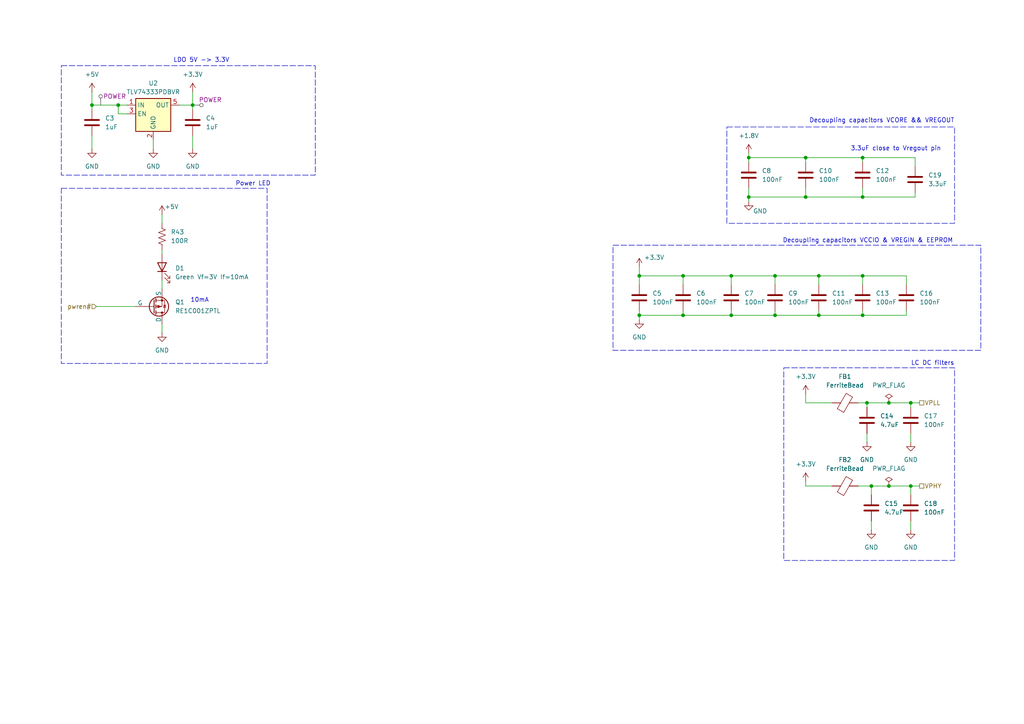
<source format=kicad_sch>
(kicad_sch (version 20250114) (generator "eeschema") (generator_version "9.0")
  (paper "A4")
  (lib_symbols
    (symbol "Device:C" (pin_numbers (hide yes)) (pin_names (offset 0.254))
      (property "Reference" "C" (at 0.635 2.54 0))
      (property "Value" "C" (at 0.635 -2.54 0))
      (symbol "C_0_1"
        (polyline (pts (xy -2.032 0.762) (xy 2.032 0.762)) (stroke (width 0.508)))
        (polyline (pts (xy -2.032 -0.762) (xy 2.032 -0.762)) (stroke (width 0.508)))
      )
      (symbol "C_1_1"
        (pin passive line (at 0 3.81 270) (length 2.794) (name "~") (number "1"))
        (pin passive line (at 0 -3.81 90) (length 2.794) (name "~") (number "2"))
      )
    )
    (symbol "Device:FerriteBead" (pin_numbers (hide yes)) (pin_names (offset 0))
      (property "Reference" "FB" (at -3.81 0.635 90))
      (property "Value" "FerriteBead" (at 3.81 0 90))
      (symbol "FerriteBead_0_1"
        (polyline (pts (xy -2.7686 0.4064) (xy -1.7018 2.2606) (xy 2.7686 -0.3048) (xy 1.6764 -2.159) (xy -2.7686 0.4064)))
        (polyline (pts (xy 0 1.27) (xy 0 1.2954)))
        (polyline (pts (xy 0 -1.27) (xy 0 -1.2192)))
      )
      (symbol "FerriteBead_1_1"
        (pin passive line (at 0 3.81 270) (length 2.54) (name "~") (number "1"))
        (pin passive line (at 0 -3.81 90) (length 2.54) (name "~") (number "2"))
      )
    )
    (symbol "Device:R_US" (pin_numbers (hide yes)) (pin_names (offset 0))
      (property "Reference" "R" (at 2.54 0 90))
      (property "Value" "R_US" (at -2.54 0 90))
      (symbol "R_US_0_1"
        (polyline (pts (xy 0 2.286) (xy 0 2.54)))
        (polyline (pts (xy 0 2.286) (xy 1.016 1.905) (xy 0 1.524) (xy -1.016 1.143) (xy 0 0.762)))
        (polyline (pts (xy 0 0.762) (xy 1.016 0.381) (xy 0 0) (xy -1.016 -0.381) (xy 0 -0.762)))
        (polyline (pts (xy 0 -0.762) (xy 1.016 -1.143) (xy 0 -1.524) (xy -1.016 -1.905) (xy 0 -2.286)))
        (polyline (pts (xy 0 -2.286) (xy 0 -2.54)))
      )
      (symbol "R_US_1_1"
        (pin passive line (at 0 3.81 270) (length 1.27) (name "~") (number "1"))
        (pin passive line (at 0 -3.81 90) (length 1.27) (name "~") (number "2"))
      )
    )
    (symbol "cotti_leds:LED_Green_SMD" (pin_numbers (hide yes)) (pin_names (offset 1.016) (hide yes))
      (property "Reference" "D" (at 0 2.54 0))
      (property "Value" "Green Vf=3V If=10mA" (at 0.508 5.08 0))
      (symbol "LED_Green_SMD_0_1"
        (polyline (pts (xy -3.048 -0.762) (xy -4.572 -2.286) (xy -3.81 -2.286) (xy -4.572 -2.286) (xy -4.572 -1.524)))
        (polyline (pts (xy -1.778 -0.762) (xy -3.302 -2.286) (xy -2.54 -2.286) (xy -3.302 -2.286) (xy -3.302 -1.524)))
        (polyline (pts (xy -1.27 0) (xy 1.27 0)))
        (polyline (pts (xy -1.27 -1.27) (xy -1.27 1.27)) (stroke (width 0.254)))
        (polyline (pts (xy 1.27 -1.27) (xy 1.27 1.27) (xy -1.27 0) (xy 1.27 -1.27)) (stroke (width 0.254)))
      )
      (symbol "LED_Green_SMD_1_1"
        (pin passive line (at -3.81 0 0) (length 2.54) (name "K") (number "1"))
        (pin passive line (at 3.81 0 180) (length 2.54) (name "A") (number "2"))
      )
    )
    (symbol "cotti_power:LDO_3.3Vout_300mA"
      (property "Reference" "U" (at 0 7.874 0))
      (property "Value" "TLV74333PDBVR" (at 0 5.842 0))
      (symbol "LDO_3.3Vout_300mA_0_1"
        (rectangle (start -5.08 4.445) (end 5.08 -5.08) (stroke (width 0.254)) (fill (type background)))
      )
      (symbol "LDO_3.3Vout_300mA_1_1"
        (pin power_in line (at -7.62 2.54 0) (length 2.54) (name "IN") (number "1"))
        (pin input line (at -7.62 0 0) (length 2.54) (name "EN") (number "3"))
        (pin power_in line (at 0 -7.62 90) (length 2.54) (name "GND") (number "2"))
        (pin power_out line (at 7.62 2.54 180) (length 2.54) (name "OUT") (number "5"))
        (pin no_connect line (at 7.62 0 180) (length 2.54) (hide yes) (name "NC") (number "4"))
      )
    )
    (symbol "cotti_transistors:RE1C001ZPTL" (pin_numbers (hide yes)) (pin_names (offset 0))
      (property "Reference" "Q" (at 5.08 -1.27 0))
      (property "Value" "RE1C001ZPTL" (at 5.08 1.27 0))
      (symbol "RE1C001ZPTL_0_1"
        (polyline (pts (xy 0.254 0) (xy -2.54 0)))
        (polyline (pts (xy 0.254 -1.905) (xy 0.254 1.905)) (stroke (width 0.254)))
        (polyline (pts (xy 0.762 1.27) (xy 0.762 2.286)) (stroke (width 0.254)))
        (polyline (pts (xy 0.762 -0.508) (xy 0.762 0.508)) (stroke (width 0.254)))
        (polyline (pts (xy 0.762 -1.778) (xy 3.302 -1.778) (xy 3.302 1.778) (xy 0.762 1.778)))
        (polyline (pts (xy 0.762 -2.286) (xy 0.762 -1.27)) (stroke (width 0.254)))
        (circle (center 1.651 0) (radius 2.794) (stroke (width 0.254)))
        (polyline (pts (xy 2.286 0) (xy 1.27 -0.381) (xy 1.27 0.381) (xy 2.286 0)) (fill (type outline)))
        (polyline (pts (xy 2.54 2.54) (xy 2.54 0) (xy 0.762 0)))
        (circle (center 2.54 1.778) (radius 0.254) (fill (type outline)))
        (circle (center 2.54 -1.778) (radius 0.254) (fill (type outline)))
        (polyline (pts (xy 2.54 -2.54) (xy 2.54 -1.778)))
        (polyline (pts (xy 2.921 0.381) (xy 3.683 0.381)))
        (polyline (pts (xy 3.302 0.381) (xy 2.921 -0.254) (xy 3.683 -0.254) (xy 3.302 0.381)))
      )
      (symbol "RE1C001ZPTL_1_1"
        (pin input line (at -5.08 0 0) (length 2.54) (name "G") (number "1"))
        (pin passive line (at 2.54 5.08 270) (length 2.54) (name "S") (number "2"))
        (pin passive line (at 2.54 -5.08 90) (length 2.54) (name "D") (number "3"))
      )
    )
    (symbol "power:+3.3V" (power) (pin_numbers (hide yes)) (pin_names (offset 0) (hide yes))
      (property "Value" "+3.3V" (at 0 3.556 0))
      (symbol "+3.3V_0_1"
        (polyline (pts (xy -0.762 1.27) (xy 0 2.54)))
        (polyline (pts (xy 0 2.54) (xy 0.762 1.27)))
        (polyline (pts (xy 0 0) (xy 0 2.54)))
      )
      (symbol "+3.3V_1_1"
        (pin power_in line (at 0 0 90) (length 0) (name "~") (number "1"))
      )
    )
    (symbol "power:+5V" (power) (pin_numbers (hide yes)) (pin_names (offset 0) (hide yes))
      (property "Value" "+5V" (at 0 3.556 0))
      (symbol "+5V_0_1"
        (polyline (pts (xy -0.762 1.27) (xy 0 2.54)))
        (polyline (pts (xy 0 2.54) (xy 0.762 1.27)))
        (polyline (pts (xy 0 0) (xy 0 2.54)))
      )
      (symbol "+5V_1_1"
        (pin power_in line (at 0 0 90) (length 0) (name "~") (number "1"))
      )
    )
    (symbol "power:GND" (power) (pin_numbers (hide yes)) (pin_names (offset 0) (hide yes))
      (property "Value" "GND" (at 0 -3.81 0))
      (symbol "GND_0_1"
        (polyline (pts (xy 0 0) (xy 0 -1.27) (xy 1.27 -1.27) (xy 0 -2.54) (xy -1.27 -1.27) (xy 0 -1.27)))
      )
      (symbol "GND_1_1"
        (pin power_in line (at 0 0 270) (length 0) (name "~") (number "1"))
      )
    )
    (symbol "power:PWR_FLAG" (power) (pin_numbers (hide yes)) (pin_names (offset 0) (hide yes))
      (property "Value" "PWR_FLAG" (at 0 3.81 0))
      (symbol "PWR_FLAG_0_0"
        (pin power_out line (at 0 0 90) (length 0) (name "~") (number "1"))
      )
      (symbol "PWR_FLAG_0_1"
        (polyline (pts (xy 0 0) (xy 0 1.27) (xy -1.016 1.905) (xy 0 2.54) (xy 1.016 1.905) (xy 0 1.27)))
      )
    )
  )
  (rectangle (start 17.78 19.05) (end 91.44 50.8) (stroke (width 0) (type dash)))
  (rectangle (start 17.78 54.61) (end 77.47 105.41) (stroke (width 0) (type dash)))
  (rectangle (start 227.33 106.68) (end 276.86 162.56) (stroke (width 0) (type dash)))
  (rectangle (start 210.82 36.83) (end 276.86 64.77) (stroke (width 0) (type dash)))
  (rectangle (start 177.8 71.12) (end 284.48 101.6) (stroke (width 0) (type dash)))
  (text "Power LED" (at 73.406 53.34 0) (effects (font (size 1.27 1.27))))
  (text "LC DC filters" (at 270.51 105.41 0) (effects (font (size 1.27 1.27))))
  (text "10mA" (at 57.912 87.122 0) (effects (font (size 1.27 1.27))))
  (text "LDO 5V -> 3.3V" (at 58.42 17.526 0) (effects (font (size 1.27 1.27))))
  (text "3.3uF close to Vregout pin" (at 259.842 43.18 0) (effects (font (size 1.27 1.27))))
  (text "Decoupling capacitors VCORE && VREGOUT" (at 255.778 35.052 0) (effects (font (size 1.27 1.27))))
  (text "Decoupling capacitors VCCIO & VREGIN & EEPROM" (at 251.714 69.85 0) (effects (font (size 1.27 1.27))))
  (junction (at 250.19 57.15))
  (junction (at 250.19 91.44))
  (junction (at 264.16 140.97))
  (junction (at 264.16 116.84))
  (junction (at 250.19 80.01))
  (junction (at 55.88 30.48))
  (junction (at 233.68 57.15))
  (junction (at 217.17 45.72))
  (junction (at 237.49 91.44))
  (junction (at 224.79 91.44))
  (junction (at 212.09 80.01))
  (junction (at 251.46 116.84))
  (junction (at 217.17 57.15))
  (junction (at 185.42 91.44))
  (junction (at 212.09 91.44))
  (junction (at 185.42 80.01))
  (junction (at 224.79 80.01))
  (junction (at 198.12 80.01))
  (junction (at 198.12 91.44))
  (junction (at 34.29 30.48))
  (junction (at 257.81 116.84))
  (junction (at 250.19 45.72))
  (junction (at 252.73 140.97))
  (junction (at 237.49 80.01))
  (junction (at 257.81 140.97))
  (junction (at 233.68 45.72))
  (junction (at 26.67 30.48))
  (wire (pts (xy 212.09 80.01) (xy 212.09 82.55)))
  (wire (pts (xy 34.29 30.48) (xy 26.67 30.48)))
  (wire (pts (xy 251.46 125.73) (xy 251.46 128.27)))
  (wire (pts (xy 257.81 116.84) (xy 264.16 116.84)))
  (wire (pts (xy 185.42 80.01) (xy 198.12 80.01)))
  (wire (pts (xy 250.19 91.44) (xy 262.89 91.44)))
  (wire (pts (xy 264.16 116.84) (xy 264.16 118.11)))
  (wire (pts (xy 217.17 45.72) (xy 233.68 45.72)))
  (wire (pts (xy 241.3 116.84) (xy 233.68 116.84)))
  (wire (pts (xy 233.68 45.72) (xy 250.19 45.72)))
  (wire (pts (xy 264.16 151.13) (xy 264.16 153.67)))
  (wire (pts (xy 248.92 140.97) (xy 252.73 140.97)))
  (wire (pts (xy 212.09 91.44) (xy 224.79 91.44)))
  (wire (pts (xy 185.42 91.44) (xy 185.42 92.71)))
  (wire (pts (xy 224.79 80.01) (xy 237.49 80.01)))
  (wire (pts (xy 233.68 114.3) (xy 233.68 116.84)))
  (wire (pts (xy 34.29 33.02) (xy 36.83 33.02)))
  (wire (pts (xy 264.16 140.97) (xy 266.7 140.97)))
  (wire (pts (xy 252.73 140.97) (xy 252.73 143.51)))
  (wire (pts (xy 217.17 45.72) (xy 217.17 46.99)))
  (wire (pts (xy 212.09 80.01) (xy 224.79 80.01)))
  (wire (pts (xy 46.99 72.39) (xy 46.99 73.66)))
  (wire (pts (xy 198.12 91.44) (xy 212.09 91.44)))
  (wire (pts (xy 233.68 140.97) (xy 241.3 140.97)))
  (wire (pts (xy 55.88 39.37) (xy 55.88 43.18)))
  (wire (pts (xy 257.81 140.97) (xy 264.16 140.97)))
  (wire (pts (xy 237.49 91.44) (xy 224.79 91.44)))
  (wire (pts (xy 250.19 91.44) (xy 237.49 91.44)))
  (wire (pts (xy 264.16 140.97) (xy 264.16 143.51)))
  (wire (pts (xy 251.46 116.84) (xy 257.81 116.84)))
  (wire (pts (xy 250.19 45.72) (xy 265.43 45.72)))
  (wire (pts (xy 250.19 57.15) (xy 265.43 57.15)))
  (wire (pts (xy 237.49 90.17) (xy 237.49 91.44)))
  (wire (pts (xy 237.49 80.01) (xy 250.19 80.01)))
  (wire (pts (xy 26.67 30.48) (xy 26.67 31.75)))
  (wire (pts (xy 233.68 45.72) (xy 233.68 46.99)))
  (wire (pts (xy 237.49 80.01) (xy 237.49 82.55)))
  (wire (pts (xy 198.12 90.17) (xy 198.12 91.44)))
  (wire (pts (xy 212.09 90.17) (xy 212.09 91.44)))
  (wire (pts (xy 248.92 116.84) (xy 251.46 116.84)))
  (wire (pts (xy 262.89 80.01) (xy 262.89 82.55)))
  (wire (pts (xy 34.29 30.48) (xy 34.29 33.02)))
  (wire (pts (xy 224.79 90.17) (xy 224.79 91.44)))
  (wire (pts (xy 55.88 26.67) (xy 55.88 30.48)))
  (wire (pts (xy 250.19 80.01) (xy 262.89 80.01)))
  (wire (pts (xy 252.73 151.13) (xy 252.73 153.67)))
  (wire (pts (xy 250.19 45.72) (xy 250.19 46.99)))
  (wire (pts (xy 265.43 57.15) (xy 265.43 55.88)))
  (wire (pts (xy 198.12 80.01) (xy 212.09 80.01)))
  (wire (pts (xy 265.43 45.72) (xy 265.43 48.26)))
  (wire (pts (xy 264.16 125.73) (xy 264.16 128.27)))
  (wire (pts (xy 46.99 81.28) (xy 46.99 83.82)))
  (wire (pts (xy 46.99 93.98) (xy 46.99 96.52)))
  (wire (pts (xy 250.19 80.01) (xy 250.19 82.55)))
  (wire (pts (xy 224.79 80.01) (xy 224.79 82.55)))
  (wire (pts (xy 36.83 30.48) (xy 34.29 30.48)))
  (wire (pts (xy 252.73 140.97) (xy 257.81 140.97)))
  (wire (pts (xy 217.17 54.61) (xy 217.17 57.15)))
  (wire (pts (xy 44.45 40.64) (xy 44.45 43.18)))
  (wire (pts (xy 217.17 57.15) (xy 233.68 57.15)))
  (wire (pts (xy 262.89 90.17) (xy 262.89 91.44)))
  (wire (pts (xy 185.42 77.47) (xy 185.42 80.01)))
  (wire (pts (xy 185.42 80.01) (xy 185.42 82.55)))
  (wire (pts (xy 46.99 62.23) (xy 46.99 64.77)))
  (wire (pts (xy 233.68 57.15) (xy 250.19 57.15)))
  (wire (pts (xy 27.94 88.9) (xy 39.37 88.9)))
  (wire (pts (xy 185.42 91.44) (xy 198.12 91.44)))
  (wire (pts (xy 26.67 39.37) (xy 26.67 43.18)))
  (wire (pts (xy 52.07 30.48) (xy 55.88 30.48)))
  (wire (pts (xy 185.42 90.17) (xy 185.42 91.44)))
  (wire (pts (xy 198.12 80.01) (xy 198.12 82.55)))
  (wire (pts (xy 233.68 139.7) (xy 233.68 140.97)))
  (wire (pts (xy 217.17 58.42) (xy 217.17 57.15)))
  (wire (pts (xy 55.88 30.48) (xy 55.88 31.75)))
  (wire (pts (xy 233.68 54.61) (xy 233.68 57.15)))
  (wire (pts (xy 250.19 54.61) (xy 250.19 57.15)))
  (wire (pts (xy 26.67 26.67) (xy 26.67 30.48)))
  (wire (pts (xy 250.19 90.17) (xy 250.19 91.44)))
  (wire (pts (xy 217.17 44.45) (xy 217.17 45.72)))
  (wire (pts (xy 264.16 116.84) (xy 266.7 116.84)))
  (wire (pts (xy 251.46 116.84) (xy 251.46 118.11)))
  (hierarchical_label "VPHY" (shape passive) (at 266.7 140.97 0))
  (hierarchical_label "VPLL" (shape passive) (at 266.7 116.84 0))
  (hierarchical_label "pwren#" (shape input) (at 27.94 88.9 180))
  (netclass_flag "" (length 2.54) (shape round) (at 29.21 30.48 0) (property "Netclass" "POWER" (at 29.9085 27.94 0) (effects (justify left))))
  (netclass_flag "" (length 2.54) (shape round) (at 55.88 30.48 270) (property "Netclass" "POWER" (at 57.658 28.956 0) (effects (justify left))))
  (symbol (lib_id "cotti_transistors:RE1C001ZPTL") (at 44.45 88.9 0) (unit 1)
    (property "Reference" "Q1" (at 50.8 87.6299 0) (effects (justify left)))
    (property "Value" "RE1C001ZPTL" (at 50.8 90.1699 0) (effects (justify left)))
    (property "Footprint" "cotti_footprints:SOT-416" (effects (hide yes)))
    (property "Datasheet" "https://www.rohm.com/datasheet?p=RE1C001ZP&dist=Digi-key&media=referral&source=digi-key.com&campaign=Digi-key" (effects (hide yes)))
    (property "Description" "PMOS Kp=0.2A/V²; |Vth|=0.8V; Imax=100mA; Vmax=20V" (effects (hide yes)))
    (property "Digikey" "https://www.digikey.com/en/products/detail/rohm-semiconductor/RE1C001ZPTL/5042784" (effects (hide yes)))
    (property "Mfr." "Rohm Semiconductor" (effects (hide yes)))
    (property "Mfr. P/N" "RE1C001ZPTL" (effects (hide yes)))
  )
  (symbol (lib_id "power:+3.3V") (at 55.88 26.67 0) (unit 1)
    (property "Reference" "#PWR036" (effects (hide yes)))
    (property "Value" "+3.3V" (at 55.88 21.59 0))
    (property "Description" "Power symbol creates a global label with name \"+3.3V\"" (effects (hide yes)))
  )
  (symbol (lib_id "Device:R_US") (at 46.99 68.58 0) (unit 1)
    (property "Reference" "R43" (at 49.53 67.3099 0) (effects (justify left)))
    (property "Value" "100R" (at 49.53 69.8499 0) (effects (justify left)))
    (property "Footprint" "Resistor_SMD:R_0805_2012Metric_Pad1.20x1.40mm_HandSolder" (effects (hide yes)))
    (property "Datasheet" "https://www.yageogroup.com/content/datasheet/asset/file/PYU-RC_GROUP_51_ROHS_L" (effects (hide yes)))
    (property "Description" "100 Ohms ±1% 0.125W, 1/8W Chip Resistor 0805 (2012 Metric) Thick Film" (effects (hide yes)))
    (property "Digikey" "https://www.digikey.com/en/products/detail/yageo/RC0805FR-10100RL/14008366" (effects (hide yes)))
    (property "Mfr." "YAGEO" (effects (hide yes)))
    (property "Mfr. P/N" "RC0805FR-10100RL" (effects (hide yes)))
  )
  (symbol (lib_id "Device:C") (at 251.46 121.92 0) (unit 1)
    (property "Reference" "C14" (at 255.27 120.6499 0) (effects (justify left)))
    (property "Value" "4.7uF" (at 255.27 123.1899 0) (effects (justify left)))
    (property "Footprint" "Capacitor_SMD:C_0805_2012Metric_Pad1.18x1.45mm_HandSolder" (effects (hide yes)))
    (property "Datasheet" "https://weblib.samsungsem.com/mlcc/mlcc-ec-data-sheet.do?partNumber=CL05Y105KP6VPN" (effects (hide yes)))
    (property "Description" "4.7 µF ±10% 10V Ceramic Capacitor X5R 0805 (2012 Metric)" (effects (hide yes)))
    (property "Digikey" "https://www.digikey.com/en/products/detail/samsung-electro-mechanics/CL21A475KPFNNNE/3886917" (effects (hide yes)))
    (property "Mfr." "Samsung Electro-Mechanics" (effects (hide yes)))
    (property "Mfr. P/N" "CL21A475KPFNNNE" (effects (hide yes)))
  )
  (symbol (lib_id "power:PWR_FLAG") (at 257.81 116.84 0) (unit 1)
    (property "Reference" "#FLG01" (effects (hide yes)))
    (property "Value" "PWR_FLAG" (at 257.81 111.76 0))
    (property "Description" "Special symbol for telling ERC where power comes from" (effects (hide yes)))
  )
  (symbol (lib_id "power:GND") (at 26.67 43.18 0) (unit 1)
    (property "Reference" "#PWR032" (effects (hide yes)))
    (property "Value" "GND" (at 26.67 48.26 0))
    (property "Description" "Power symbol creates a global label with name \"GND\" , ground" (effects (hide yes)))
  )
  (symbol (lib_id "power:GND") (at 252.73 153.67 0) (unit 1)
    (property "Reference" "#PWR045" (effects (hide yes)))
    (property "Value" "GND" (at 252.73 158.75 0))
    (property "Description" "Power symbol creates a global label with name \"GND\" , ground" (effects (hide yes)))
  )
  (symbol (lib_id "power:GND") (at 264.16 128.27 0) (unit 1)
    (property "Reference" "#PWR046" (effects (hide yes)))
    (property "Value" "GND" (at 264.16 133.35 0))
    (property "Description" "Power symbol creates a global label with name \"GND\" , ground" (effects (hide yes)))
  )
  (symbol (lib_id "Device:C") (at 252.73 147.32 0) (unit 1)
    (property "Reference" "C15" (at 256.54 146.0499 0) (effects (justify left)))
    (property "Value" "4.7uF" (at 256.54 148.5899 0) (effects (justify left)))
    (property "Footprint" "Capacitor_SMD:C_0805_2012Metric_Pad1.18x1.45mm_HandSolder" (effects (hide yes)))
    (property "Datasheet" "https://weblib.samsungsem.com/mlcc/mlcc-ec-data-sheet.do?partNumber=CL05Y105KP6VPN" (effects (hide yes)))
    (property "Description" "4.7 µF ±10% 10V Ceramic Capacitor X5R 0805 (2012 Metric)" (effects (hide yes)))
    (property "Digikey" "https://www.digikey.com/en/products/detail/samsung-electro-mechanics/CL21A475KPFNNNE/3886917" (effects (hide yes)))
    (property "Mfr." "Samsung Electro-Mechanics" (effects (hide yes)))
    (property "Mfr. P/N" "CL21A475KPFNNNE" (effects (hide yes)))
  )
  (symbol (lib_id "power:GND") (at 251.46 128.27 0) (unit 1)
    (property "Reference" "#PWR044" (effects (hide yes)))
    (property "Value" "GND" (at 251.46 133.35 0))
    (property "Description" "Power symbol creates a global label with name \"GND\" , ground" (effects (hide yes)))
  )
  (symbol (lib_id "Device:C") (at 55.88 35.56 0) (unit 1)
    (property "Reference" "C4" (at 59.69 34.2899 0) (effects (justify left)))
    (property "Value" "1uF" (at 59.69 36.8299 0) (effects (justify left)))
    (property "Footprint" "Capacitor_SMD:C_0805_2012Metric_Pad1.18x1.45mm_HandSolder" (effects (hide yes)))
    (property "Datasheet" "https://mm.digikey.com/Volume0/opasdata/d220001/medias/docus/609/CL21B105KBFNNNE_Spec.pdf" (effects (hide yes)))
    (property "Description" "1 µF ±10% 50V Ceramic Capacitor X7R 0805 (2012 Metric)" (effects (hide yes)))
    (property "Digikey" "https://www.digikey.com/en/products/detail/samsung-electro-mechanics/CL21B105KBFNNNE/3886687" (effects (hide yes)))
    (property "Mfr." "Samsung Electro-Mechanics" (effects (hide yes)))
    (property "Mfr. P/N" "CL21B105KBFNNNE" (effects (hide yes)))
  )
  (symbol (lib_id "cotti_leds:LED_Green_SMD") (at 46.99 77.47 90) (unit 1)
    (property "Reference" "D1" (at 50.8 77.7874 90) (effects (justify right)))
    (property "Value" "Green Vf=3V If=10mA" (at 50.8 80.3274 90) (effects (justify right)))
    (property "Footprint" "LED_SMD:LED_0603_1608Metric_Pad1.05x0.95mm_HandSolder" (effects (hide yes)))
    (property "Datasheet" "https://mm.digikey.com/Volume0/opasdata/d220001/medias/docus/3777/B1911PG--20D000514U1930.pdf" (effects (hide yes)))
    (property "Description" "Green 562nm LED Indication - Discrete 3V 0603 (1608 Metric)" (effects (hide yes)))
    (property "Digikey" "https://www.digikey.com/en/products/detail/harvatek-corporation/B1911PG-20D000514U1930/15519992" (effects (hide yes)))
    (property "Mfr." "Harvatek Corporation" (effects (hide yes)))
    (property "Mfr. P/N" "B1911PG--20D000514U1930" (effects (hide yes)))
  )
  (symbol (lib_id "Device:C") (at 224.79 86.36 0) (unit 1)
    (property "Reference" "C9" (at 228.6 85.0899 0) (effects (justify left)))
    (property "Value" "100nF" (at 228.6 87.6299 0) (effects (justify left)))
    (property "Footprint" "Capacitor_SMD:C_0805_2012Metric_Pad1.18x1.45mm_HandSolder" (effects (hide yes)))
    (property "Datasheet" "https://www.yageogroup.com/content/datasheet/asset/file/UPY-GPHC_X7R_6_3V-TO-250V" (effects (hide yes)))
    (property "Description" "0.1 µF ±10% 50V Ceramic Capacitor X7R 0805 (2012 Metric)" (effects (hide yes)))
    (property "Digikey" "https://www.digikey.com/en/products/detail/yageo/CC0805KRX7R9BB104/302874" (effects (hide yes)))
    (property "Mfr." "YAGEO" (effects (hide yes)))
    (property "Mfr. P/N" "CC0805KRX7R9BB104" (effects (hide yes)))
  )
  (symbol (lib_id "Device:C") (at 262.89 86.36 0) (unit 1)
    (property "Reference" "C16" (at 266.7 85.0899 0) (effects (justify left)))
    (property "Value" "100nF" (at 266.7 87.6299 0) (effects (justify left)))
    (property "Footprint" "Capacitor_SMD:C_0805_2012Metric_Pad1.18x1.45mm_HandSolder" (effects (hide yes)))
    (property "Datasheet" "https://www.yageogroup.com/content/datasheet/asset/file/UPY-GPHC_X7R_6_3V-TO-250V" (effects (hide yes)))
    (property "Description" "0.1 µF ±10% 50V Ceramic Capacitor X7R 0805 (2012 Metric)" (effects (hide yes)))
    (property "Digikey" "https://www.digikey.com/en/products/detail/yageo/CC0805KRX7R9BB104/302874" (effects (hide yes)))
    (property "Mfr." "YAGEO" (effects (hide yes)))
    (property "Mfr. P/N" "CC0805KRX7R9BB104" (effects (hide yes)))
  )
  (symbol (lib_id "power:+5V") (at 26.67 26.67 0) (unit 1)
    (property "Reference" "#PWR031" (effects (hide yes)))
    (property "Value" "+5V" (at 26.67 21.59 0))
    (property "Description" "Power symbol creates a global label with name \"+5V\"" (effects (hide yes)))
  )
  (symbol (lib_id "Device:C") (at 198.12 86.36 0) (unit 1)
    (property "Reference" "C6" (at 201.93 85.0899 0) (effects (justify left)))
    (property "Value" "100nF" (at 201.93 87.6299 0) (effects (justify left)))
    (property "Footprint" "Capacitor_SMD:C_0805_2012Metric_Pad1.18x1.45mm_HandSolder" (effects (hide yes)))
    (property "Datasheet" "https://www.yageogroup.com/content/datasheet/asset/file/UPY-GPHC_X7R_6_3V-TO-250V" (effects (hide yes)))
    (property "Description" "0.1 µF ±10% 50V Ceramic Capacitor X7R 0805 (2012 Metric)" (effects (hide yes)))
    (property "Digikey" "https://www.digikey.com/en/products/detail/yageo/CC0805KRX7R9BB104/302874" (effects (hide yes)))
    (property "Mfr." "YAGEO" (effects (hide yes)))
    (property "Mfr. P/N" "CC0805KRX7R9BB104" (effects (hide yes)))
  )
  (symbol (lib_id "power:GND") (at 46.99 96.52 0) (unit 1)
    (property "Reference" "#PWR035" (effects (hide yes)))
    (property "Value" "GND" (at 46.99 101.6 0))
    (property "Description" "Power symbol creates a global label with name \"GND\" , ground" (effects (hide yes)))
  )
  (symbol (lib_id "power:PWR_FLAG") (at 257.81 140.97 0) (unit 1)
    (property "Reference" "#FLG02" (effects (hide yes)))
    (property "Value" "PWR_FLAG" (at 257.81 135.89 0))
    (property "Description" "Special symbol for telling ERC where power comes from" (effects (hide yes)))
  )
  (symbol (lib_id "Device:C") (at 250.19 50.8 0) (unit 1)
    (property "Reference" "C12" (at 254 49.5299 0) (effects (justify left)))
    (property "Value" "100nF" (at 254 52.0699 0) (effects (justify left)))
    (property "Footprint" "Capacitor_SMD:C_0805_2012Metric_Pad1.18x1.45mm_HandSolder" (effects (hide yes)))
    (property "Datasheet" "https://www.yageogroup.com/content/datasheet/asset/file/UPY-GPHC_X7R_6_3V-TO-250V" (effects (hide yes)))
    (property "Description" "0.1 µF ±10% 50V Ceramic Capacitor X7R 0805 (2012 Metric)" (effects (hide yes)))
    (property "Digikey" "https://www.digikey.com/en/products/detail/yageo/CC0805KRX7R9BB104/302874" (effects (hide yes)))
    (property "Mfr." "YAGEO" (effects (hide yes)))
    (property "Mfr. P/N" "CC0805KRX7R9BB104" (effects (hide yes)))
  )
  (symbol (lib_id "Device:C") (at 185.42 86.36 0) (unit 1)
    (property "Reference" "C5" (at 189.23 85.0899 0) (effects (justify left)))
    (property "Value" "100nF" (at 189.23 87.6299 0) (effects (justify left)))
    (property "Footprint" "Capacitor_SMD:C_0805_2012Metric_Pad1.18x1.45mm_HandSolder" (effects (hide yes)))
    (property "Datasheet" "https://www.yageogroup.com/content/datasheet/asset/file/UPY-GPHC_X7R_6_3V-TO-250V" (effects (hide yes)))
    (property "Description" "0.1 µF ±10% 50V Ceramic Capacitor X7R 0805 (2012 Metric)" (effects (hide yes)))
    (property "Digikey" "https://www.digikey.com/en/products/detail/yageo/CC0805KRX7R9BB104/302874" (effects (hide yes)))
    (property "Mfr." "YAGEO" (effects (hide yes)))
    (property "Mfr. P/N" "CC0805KRX7R9BB104" (effects (hide yes)))
  )
  (symbol (lib_id "Device:FerriteBead") (at 245.11 116.84 90) (unit 1)
    (property "Reference" "FB1" (at 245.0592 109.22 90))
    (property "Value" "FerriteBead" (at 245.0592 111.76 90))
    (property "Footprint" "Inductor_SMD:L_0805_2012Metric_Pad1.05x1.20mm_HandSolder" (effects (hide yes)))
    (property "Datasheet" "https://www.eaton.com/content/dam/eaton/products/electronic-components/resources/data-sheet/eaton-mfbm1v2012-high-current-multilayer-ferrite-chip-bead-data-sheet.pdf" (effects (hide yes)))
    (property "Description" "80 Ohms @ 100 MHz 1 Power Line Ferrite Bead 0805 (2012 Metric) 3A 40mOhm" (effects (hide yes)))
    (property "Digikey" "https://www.digikey.com/en/products/detail/eaton-electronics-division/MFBM1V2012-800-R/13161326" (effects (hide yes)))
    (property "Mfr." "Eaton - Electronics Division" (effects (hide yes)))
    (property "Mfr. P/N" "MFBM1V2012-800-R" (effects (hide yes)))
  )
  (symbol (lib_id "power:+3.3V") (at 233.68 114.3 0) (unit 1)
    (property "Reference" "#PWR042" (effects (hide yes)))
    (property "Value" "+3.3V" (at 233.68 109.22 0))
    (property "Description" "Power symbol creates a global label with name \"+3.3V\"" (effects (hide yes)))
  )
  (symbol (lib_id "power:+3.3V") (at 185.42 77.47 0) (unit 1)
    (property "Reference" "#PWR038" (effects (hide yes)))
    (property "Value" "+3.3V" (at 189.738 74.676 0))
    (property "Description" "Power symbol creates a global label with name \"+3.3V\"" (effects (hide yes)))
  )
  (symbol (lib_id "Device:C") (at 265.43 52.07 0) (unit 1)
    (property "Reference" "C19" (at 269.24 50.7999 0) (effects (justify left)))
    (property "Value" "3.3uF" (at 269.24 53.3399 0) (effects (justify left)))
    (property "Footprint" "Capacitor_SMD:C_0805_2012Metric_Pad1.18x1.45mm_HandSolder" (effects (hide yes)))
    (property "Datasheet" "https://weblib.samsungsem.com/mlcc/mlcc-ec-data-sheet.do?partNumber=CL05Y105KP6VPN" (effects (hide yes)))
    (property "Description" "3.3 µF ±10% 10V Ceramic Capacitor X5R 0805 (2012 Metric)" (effects (hide yes)))
    (property "Digikey" "https://www.digikey.com/en/products/detail/samsung-electro-mechanics/CL21A335KPFNNNE/3888570" (effects (hide yes)))
    (property "Mfr." "Samsung Electro-Mechanics" (effects (hide yes)))
    (property "Mfr. P/N" "CL21A335KPFNNNE" (effects (hide yes)))
  )
  (symbol (lib_id "power:GND") (at 185.42 92.71 0) (unit 1)
    (property "Reference" "#PWR039" (effects (hide yes)))
    (property "Value" "GND" (at 185.42 97.79 0))
    (property "Description" "Power symbol creates a global label with name \"GND\" , ground" (effects (hide yes)))
  )
  (symbol (lib_id "power:+3.3V") (at 233.68 139.7 0) (unit 1)
    (property "Reference" "#PWR043" (effects (hide yes)))
    (property "Value" "+3.3V" (at 233.68 134.62 0))
    (property "Description" "Power symbol creates a global label with name \"+3.3V\"" (effects (hide yes)))
  )
  (symbol (lib_id "Device:C") (at 233.68 50.8 0) (unit 1)
    (property "Reference" "C10" (at 237.49 49.5299 0) (effects (justify left)))
    (property "Value" "100nF" (at 237.49 52.0699 0) (effects (justify left)))
    (property "Footprint" "Capacitor_SMD:C_0805_2012Metric_Pad1.18x1.45mm_HandSolder" (effects (hide yes)))
    (property "Datasheet" "https://www.yageogroup.com/content/datasheet/asset/file/UPY-GPHC_X7R_6_3V-TO-250V" (effects (hide yes)))
    (property "Description" "0.1 µF ±10% 50V Ceramic Capacitor X7R 0805 (2012 Metric)" (effects (hide yes)))
    (property "Digikey" "https://www.digikey.com/en/products/detail/yageo/CC0805KRX7R9BB104/302874" (effects (hide yes)))
    (property "Mfr." "YAGEO" (effects (hide yes)))
    (property "Mfr. P/N" "CC0805KRX7R9BB104" (effects (hide yes)))
  )
  (symbol (lib_id "power:+5V") (at 46.99 62.23 0) (unit 1)
    (property "Reference" "#PWR034" (effects (hide yes)))
    (property "Value" "+5V" (at 49.784 59.944 0))
    (property "Description" "Power symbol creates a global label with name \"+5V\"" (effects (hide yes)))
  )
  (symbol (lib_id "cotti_power:LDO_3.3Vout_300mA") (at 44.45 33.02 0) (unit 1)
    (property "Reference" "U2" (at 44.45 24.13 0))
    (property "Value" "TLV74333PDBVR" (at 44.45 26.67 0))
    (property "Footprint" "Package_TO_SOT_SMD:SOT-23-5" (effects (hide yes)))
    (property "Datasheet" "https://www.ti.com/general/docs/suppproductinfo.tsp?distId=10&gotoUrl=https%3A%2F%2Fwww.ti.com%2Flit%2Fgpn%2Ftlv743p" (effects (hide yes)))
    (property "Description" "IC REG LINEAR 3.3V 300MA SOT23-5" (effects (hide yes)))
    (property "Digikey" "https://www.digikey.com/en/products/detail/texas-instruments/TLV74333PDBVR/7593927?s=N4IgTCBcDaICoBkBqB2ALAZiwBQCICEkQBdAXyA" (effects (hide yes)))
    (property "Mfr." "Texas Instruments" (effects (hide yes)))
    (property "Mfr. P/N" "TLV74333PDBVR" (effects (hide yes)))
  )
  (symbol (lib_id "power:GND") (at 264.16 153.67 0) (unit 1)
    (property "Reference" "#PWR047" (effects (hide yes)))
    (property "Value" "GND" (at 264.16 158.75 0))
    (property "Description" "Power symbol creates a global label with name \"GND\" , ground" (effects (hide yes)))
  )
  (symbol (lib_id "Device:C") (at 237.49 86.36 0) (unit 1)
    (property "Reference" "C11" (at 241.3 85.0899 0) (effects (justify left)))
    (property "Value" "100nF" (at 241.3 87.6299 0) (effects (justify left)))
    (property "Footprint" "Capacitor_SMD:C_0805_2012Metric_Pad1.18x1.45mm_HandSolder" (effects (hide yes)))
    (property "Datasheet" "https://www.yageogroup.com/content/datasheet/asset/file/UPY-GPHC_X7R_6_3V-TO-250V" (effects (hide yes)))
    (property "Description" "0.1 µF ±10% 50V Ceramic Capacitor X7R 0805 (2012 Metric)" (effects (hide yes)))
    (property "Digikey" "https://www.digikey.com/en/products/detail/yageo/CC0805KRX7R9BB104/302874" (effects (hide yes)))
    (property "Mfr." "YAGEO" (effects (hide yes)))
    (property "Mfr. P/N" "CC0805KRX7R9BB104" (effects (hide yes)))
  )
  (symbol (lib_id "power:GND") (at 217.17 58.42 0) (unit 1)
    (property "Reference" "#PWR041" (effects (hide yes)))
    (property "Value" "GND" (at 220.472 61.214 0))
    (property "Description" "Power symbol creates a global label with name \"GND\" , ground" (effects (hide yes)))
  )
  (symbol (lib_id "Device:C") (at 250.19 86.36 0) (unit 1)
    (property "Reference" "C13" (at 254 85.0899 0) (effects (justify left)))
    (property "Value" "100nF" (at 254 87.6299 0) (effects (justify left)))
    (property "Footprint" "Capacitor_SMD:C_0805_2012Metric_Pad1.18x1.45mm_HandSolder" (effects (hide yes)))
    (property "Datasheet" "https://www.yageogroup.com/content/datasheet/asset/file/UPY-GPHC_X7R_6_3V-TO-250V" (effects (hide yes)))
    (property "Description" "0.1 µF ±10% 50V Ceramic Capacitor X7R 0805 (2012 Metric)" (effects (hide yes)))
    (property "Digikey" "https://www.digikey.com/en/products/detail/yageo/CC0805KRX7R9BB104/302874" (effects (hide yes)))
    (property "Mfr." "YAGEO" (effects (hide yes)))
    (property "Mfr. P/N" "CC0805KRX7R9BB104" (effects (hide yes)))
  )
  (symbol (lib_id "Device:C") (at 212.09 86.36 0) (unit 1)
    (property "Reference" "C7" (at 215.9 85.0899 0) (effects (justify left)))
    (property "Value" "100nF" (at 215.9 87.6299 0) (effects (justify left)))
    (property "Footprint" "Capacitor_SMD:C_0805_2012Metric_Pad1.18x1.45mm_HandSolder" (effects (hide yes)))
    (property "Datasheet" "https://www.yageogroup.com/content/datasheet/asset/file/UPY-GPHC_X7R_6_3V-TO-250V" (effects (hide yes)))
    (property "Description" "0.1 µF ±10% 50V Ceramic Capacitor X7R 0805 (2012 Metric)" (effects (hide yes)))
    (property "Digikey" "https://www.digikey.com/en/products/detail/yageo/CC0805KRX7R9BB104/302874" (effects (hide yes)))
    (property "Mfr." "YAGEO" (effects (hide yes)))
    (property "Mfr. P/N" "CC0805KRX7R9BB104" (effects (hide yes)))
  )
  (symbol (lib_id "Device:FerriteBead") (at 245.11 140.97 90) (unit 1)
    (property "Reference" "FB2" (at 245.0592 133.35 90))
    (property "Value" "FerriteBead" (at 245.0592 135.89 90))
    (property "Footprint" "Inductor_SMD:L_0805_2012Metric_Pad1.05x1.20mm_HandSolder" (effects (hide yes)))
    (property "Datasheet" "https://www.eaton.com/content/dam/eaton/products/electronic-components/resources/data-sheet/eaton-mfbm1v2012-high-current-multilayer-ferrite-chip-bead-data-sheet.pdf" (effects (hide yes)))
    (property "Description" "80 Ohms @ 100 MHz 1 Power Line Ferrite Bead 0805 (2012 Metric) 3A 40mOhm" (effects (hide yes)))
    (property "Digikey" "https://www.digikey.com/en/products/detail/eaton-electronics-division/MFBM1V2012-800-R/13161326" (effects (hide yes)))
    (property "Mfr." "Eaton - Electronics Division" (effects (hide yes)))
    (property "Mfr. P/N" "MFBM1V2012-800-R" (effects (hide yes)))
  )
  (symbol (lib_id "Device:C") (at 26.67 35.56 0) (unit 1)
    (property "Reference" "C3" (at 30.48 34.2899 0) (effects (justify left)))
    (property "Value" "1uF" (at 30.48 36.8299 0) (effects (justify left)))
    (property "Footprint" "Capacitor_SMD:C_0805_2012Metric_Pad1.18x1.45mm_HandSolder" (effects (hide yes)))
    (property "Datasheet" "https://mm.digikey.com/Volume0/opasdata/d220001/medias/docus/609/CL21B105KBFNNNE_Spec.pdf" (effects (hide yes)))
    (property "Description" "1 µF ±10% 50V Ceramic Capacitor X7R 0805 (2012 Metric)" (effects (hide yes)))
    (property "Digikey" "https://www.digikey.com/en/products/detail/samsung-electro-mechanics/CL21B105KBFNNNE/3886687" (effects (hide yes)))
    (property "Mfr." "Samsung Electro-Mechanics" (effects (hide yes)))
    (property "Mfr. P/N" "CL21B105KBFNNNE" (effects (hide yes)))
  )
  (symbol (lib_id "Device:C") (at 264.16 121.92 0) (unit 1)
    (property "Reference" "C17" (at 267.97 120.6499 0) (effects (justify left)))
    (property "Value" "100nF" (at 267.97 123.1899 0) (effects (justify left)))
    (property "Footprint" "Capacitor_SMD:C_0805_2012Metric_Pad1.18x1.45mm_HandSolder" (effects (hide yes)))
    (property "Datasheet" "https://www.yageogroup.com/content/datasheet/asset/file/UPY-GPHC_X7R_6_3V-TO-250V" (effects (hide yes)))
    (property "Description" "0.1 µF ±10% 50V Ceramic Capacitor X7R 0805 (2012 Metric)" (effects (hide yes)))
    (property "Digikey" "https://www.digikey.com/en/products/detail/yageo/CC0805KRX7R9BB104/302874" (effects (hide yes)))
    (property "Mfr." "YAGEO" (effects (hide yes)))
    (property "Mfr. P/N" "CC0805KRX7R9BB104" (effects (hide yes)))
  )
  (symbol (lib_id "power:+3.3V") (at 217.17 44.45 0) (unit 1)
    (property "Reference" "#PWR040" (effects (hide yes)))
    (property "Value" "+1.8V" (at 217.17 39.37 0))
    (property "Description" "Power symbol creates a global label with name \"+3.3V\"" (effects (hide yes)))
  )
  (symbol (lib_id "Device:C") (at 217.17 50.8 0) (unit 1)
    (property "Reference" "C8" (at 220.98 49.5299 0) (effects (justify left)))
    (property "Value" "100nF" (at 220.98 52.0699 0) (effects (justify left)))
    (property "Footprint" "Capacitor_SMD:C_0805_2012Metric_Pad1.18x1.45mm_HandSolder" (effects (hide yes)))
    (property "Datasheet" "https://www.yageogroup.com/content/datasheet/asset/file/UPY-GPHC_X7R_6_3V-TO-250V" (effects (hide yes)))
    (property "Description" "0.1 µF ±10% 50V Ceramic Capacitor X7R 0805 (2012 Metric)" (effects (hide yes)))
    (property "Digikey" "https://www.digikey.com/en/products/detail/yageo/CC0805KRX7R9BB104/302874" (effects (hide yes)))
    (property "Mfr." "YAGEO" (effects (hide yes)))
    (property "Mfr. P/N" "CC0805KRX7R9BB104" (effects (hide yes)))
  )
  (symbol (lib_id "power:GND") (at 44.45 43.18 0) (unit 1)
    (property "Reference" "#PWR033" (effects (hide yes)))
    (property "Value" "GND" (at 44.45 48.26 0))
    (property "Description" "Power symbol creates a global label with name \"GND\" , ground" (effects (hide yes)))
  )
  (symbol (lib_id "power:GND") (at 55.88 43.18 0) (unit 1)
    (property "Reference" "#PWR037" (effects (hide yes)))
    (property "Value" "GND" (at 55.88 48.26 0))
    (property "Description" "Power symbol creates a global label with name \"GND\" , ground" (effects (hide yes)))
  )
  (symbol (lib_id "Device:C") (at 264.16 147.32 0) (unit 1)
    (property "Reference" "C18" (at 267.97 146.0499 0) (effects (justify left)))
    (property "Value" "100nF" (at 267.97 148.5899 0) (effects (justify left)))
    (property "Footprint" "Capacitor_SMD:C_0805_2012Metric_Pad1.18x1.45mm_HandSolder" (effects (hide yes)))
    (property "Datasheet" "https://www.yageogroup.com/content/datasheet/asset/file/UPY-GPHC_X7R_6_3V-TO-250V" (effects (hide yes)))
    (property "Description" "0.1 µF ±10% 50V Ceramic Capacitor X7R 0805 (2012 Metric)" (effects (hide yes)))
    (property "Digikey" "https://www.digikey.com/en/products/detail/yageo/CC0805KRX7R9BB104/302874" (effects (hide yes)))
    (property "Mfr." "YAGEO" (effects (hide yes)))
    (property "Mfr. P/N" "CC0805KRX7R9BB104" (effects (hide yes)))
  )
)
</source>
